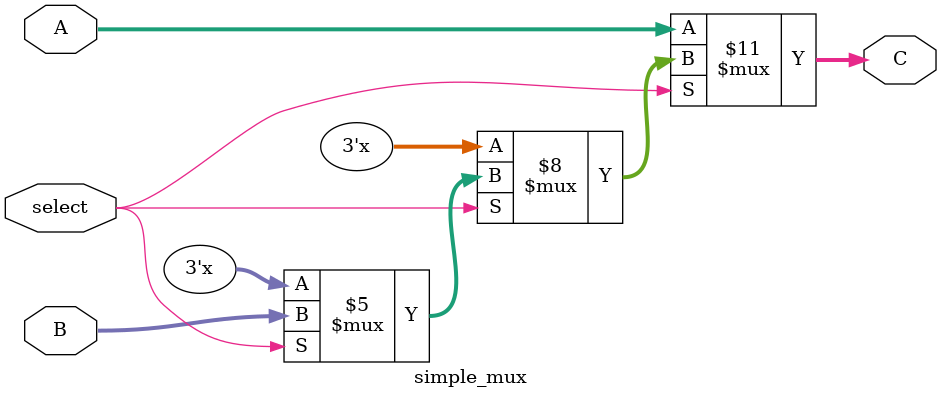
<source format=sv>
module simple_mux(
    input logic [2:0] A,
    input logic [2:0] B,
    input logic select,

    output logic [2:0] C
);

always_comb begin
    if(select == 1'b0) begin
        C = A;
    end
    else if (select == 1'b1) begin
        C = B;
    end
end
endmodule
</source>
